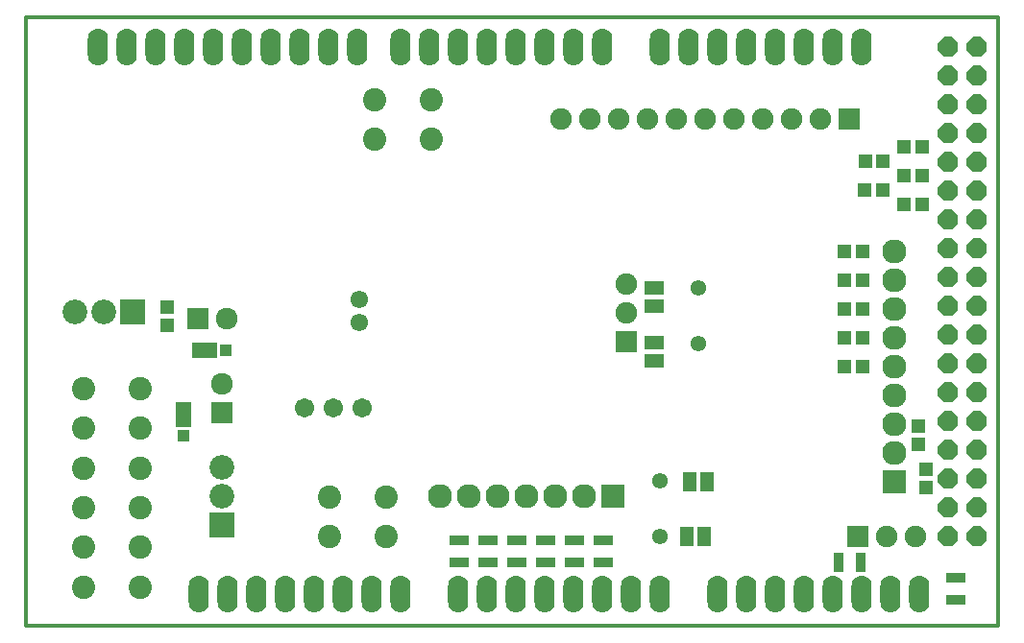
<source format=gbr>
G04 EasyPC Gerber Version 21.0.3 Build 4286 *
G04 #@! TF.Part,Single*
G04 #@! TF.FileFunction,Soldermask,Bot *
G04 #@! TF.FilePolarity,Negative *
%FSLAX35Y35*%
%MOIN*%
G04 #@! TA.AperFunction,ComponentPad*
%ADD10O,0.07000X0.13000*%
G04 #@! TA.AperFunction,SMDPad*
%ADD29R,0.03441X0.06787*%
%ADD18R,0.06787X0.03441*%
%ADD19R,0.04543X0.04937*%
%ADD21R,0.05016X0.06787*%
%ADD26R,0.05331X0.08874*%
%ADD27R,0.04150X0.04150*%
G04 #@! TA.AperFunction,ComponentPad*
%ADD14R,0.07496X0.07496*%
%ADD16R,0.07575X0.07575*%
%ADD12R,0.08382X0.08382*%
%ADD22R,0.08559X0.08559*%
G04 #@! TD.AperFunction*
%ADD73C,0.01200*%
G04 #@! TA.AperFunction,ComponentPad*
%ADD71C,0.05449*%
%ADD25C,0.06118*%
%ADD24C,0.06748*%
%ADD15C,0.07496*%
%ADD17C,0.07575*%
%ADD72C,0.08087*%
%ADD13C,0.08382*%
%ADD23C,0.08559*%
%AMT11*0 Octagon Pad at angle 0*4,1,8,-0.01449,-0.03500,0.01449,-0.03500,0.03500,-0.01449,0.03500,0.01449,0.01449,0.03500,-0.01449,0.03500,-0.03500,0.01449,-0.03500,-0.01449,-0.01449,-0.03500,0*%
%ADD11T11*%
G04 #@! TA.AperFunction,SMDPad*
%ADD70R,0.04937X0.04543*%
%ADD20R,0.06787X0.05016*%
%ADD28R,0.08874X0.05331*%
X0Y0D02*
D02*
D10*
X25466Y201812D03*
X35466D03*
X45466D03*
X55466D03*
X60466Y11812D03*
X65466Y201812D03*
X70466Y11812D03*
X75466Y201812D03*
X80466Y11812D03*
X85466Y201812D03*
X90466Y11812D03*
X95466Y201812D03*
X100466Y11812D03*
X105466Y201812D03*
X110466Y11812D03*
X115466Y201812D03*
X120466Y11812D03*
X130466D03*
Y201812D03*
X140466D03*
X150466Y11812D03*
Y201812D03*
X160466Y11812D03*
Y201812D03*
X170466Y11812D03*
Y201812D03*
X180466Y11812D03*
Y201812D03*
X190466Y11812D03*
Y201812D03*
X200466Y11812D03*
Y201812D03*
X210466Y11812D03*
X220466D03*
Y201812D03*
X230466D03*
X240466Y11812D03*
Y201812D03*
X250466Y11812D03*
Y201812D03*
X260466Y11812D03*
Y201812D03*
X270466Y11812D03*
Y201812D03*
X280466Y11812D03*
Y201812D03*
X290466Y11812D03*
Y201812D03*
X300466Y11812D03*
X310466D03*
D02*
D11*
X320466Y31812D03*
Y41812D03*
Y51812D03*
Y61812D03*
Y71812D03*
Y81812D03*
Y91812D03*
Y101812D03*
Y111812D03*
Y121812D03*
Y131812D03*
Y141812D03*
Y151812D03*
Y161812D03*
Y171812D03*
Y181812D03*
Y191812D03*
Y201812D03*
X330466Y31812D03*
Y41812D03*
Y51812D03*
Y61812D03*
Y71812D03*
Y81812D03*
Y91812D03*
Y101812D03*
Y111812D03*
Y121812D03*
Y131812D03*
Y141812D03*
Y151812D03*
Y161812D03*
Y171812D03*
Y181812D03*
Y191812D03*
Y201812D03*
D02*
D12*
X204350Y45812D03*
X301850Y50812D03*
D02*
D13*
X144350Y45812D03*
X154350D03*
X164350D03*
X174350D03*
X184350D03*
X194350D03*
X301850Y60812D03*
Y70812D03*
Y80812D03*
Y90812D03*
Y100812D03*
Y110812D03*
Y120812D03*
Y130812D03*
D02*
D14*
X208850Y99312D03*
X286350Y176812D03*
X289350Y31562D03*
D02*
D15*
X186350Y176812D03*
X196350D03*
X206350D03*
X208850Y109312D03*
Y119312D03*
X216350Y176812D03*
X226350D03*
X236350D03*
X246350D03*
X256350D03*
X266350D03*
X276350D03*
X299350Y31562D03*
X309350D03*
D02*
D16*
X60350Y107312D03*
X68557Y74778D03*
D02*
D17*
Y84778D03*
X70350Y107312D03*
D02*
D18*
X150850Y22625D03*
Y30499D03*
X160850Y22625D03*
Y30499D03*
X170850Y22625D03*
Y30499D03*
X180850Y22625D03*
Y30499D03*
X190850Y22625D03*
Y30499D03*
X200850Y22625D03*
Y30499D03*
X323100Y9625D03*
Y17499D03*
D02*
D19*
X284450Y90812D03*
Y100812D03*
Y110812D03*
Y120812D03*
Y130812D03*
X290750Y90812D03*
Y100812D03*
Y110812D03*
Y120812D03*
Y130812D03*
X291614Y151850D03*
X291700Y161850D03*
X297913Y151850D03*
X298000Y161850D03*
X305114Y146850D03*
X305364Y156850D03*
Y166850D03*
X311413Y146850D03*
X311663Y156850D03*
Y166850D03*
D02*
D70*
X49423Y104936D03*
Y111235D03*
X310100Y63662D03*
Y69961D03*
X312850Y48662D03*
Y54961D03*
D02*
D71*
X220600Y31706D03*
Y50918D03*
X233850Y98706D03*
Y117918D03*
D02*
D20*
X218600Y92662D03*
Y98961D03*
Y111662D03*
Y117961D03*
D02*
D21*
X229700Y31562D03*
X230700Y50812D03*
X236000Y31562D03*
X237000Y50812D03*
D02*
D22*
X37376Y109739D03*
X68557Y35802D03*
D02*
D23*
X17376Y109739D03*
X27376D03*
X68557Y45802D03*
Y55802D03*
D02*
D24*
X97350Y76312D03*
X107350D03*
X117350D03*
D02*
D25*
X116350Y106125D03*
Y113999D03*
D02*
D26*
X55092Y74030D03*
D02*
D27*
Y66550D03*
X69935Y96274D03*
D02*
D28*
X62454D03*
D02*
D29*
X282413Y22812D03*
X290287D03*
D02*
D72*
X20474Y14113D03*
Y27893D03*
Y41672D03*
Y55452D03*
Y69231D03*
Y83011D03*
X40159Y14113D03*
Y27893D03*
Y41672D03*
Y55452D03*
Y69231D03*
Y83011D03*
X105935Y31639D03*
Y45418D03*
X121435Y169639D03*
Y183418D03*
X125620Y31639D03*
Y45418D03*
X141120Y169639D03*
Y183418D03*
D02*
D73*
X600Y600D02*
X338013D01*
Y212100*
X600*
Y600*
X0Y0D02*
M02*

</source>
